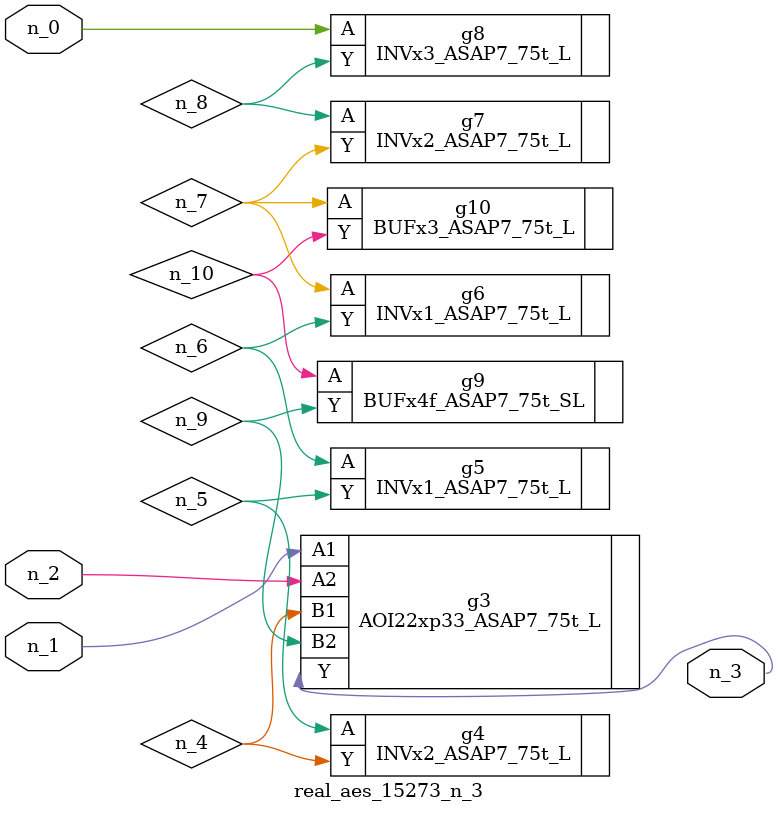
<source format=v>
module real_aes_15273_n_3 (n_0, n_2, n_1, n_3);
input n_0;
input n_2;
input n_1;
output n_3;
wire n_4;
wire n_5;
wire n_7;
wire n_9;
wire n_6;
wire n_8;
wire n_10;
INVx3_ASAP7_75t_L g8 ( .A(n_0), .Y(n_8) );
AOI22xp33_ASAP7_75t_L g3 ( .A1(n_1), .A2(n_2), .B1(n_4), .B2(n_9), .Y(n_3) );
INVx2_ASAP7_75t_L g4 ( .A(n_5), .Y(n_4) );
INVx1_ASAP7_75t_L g5 ( .A(n_6), .Y(n_5) );
INVx1_ASAP7_75t_L g6 ( .A(n_7), .Y(n_6) );
BUFx3_ASAP7_75t_L g10 ( .A(n_7), .Y(n_10) );
INVx2_ASAP7_75t_L g7 ( .A(n_8), .Y(n_7) );
BUFx4f_ASAP7_75t_SL g9 ( .A(n_10), .Y(n_9) );
endmodule
</source>
